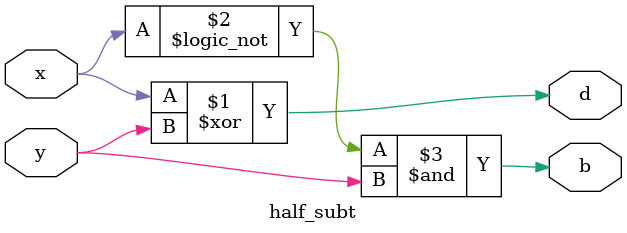
<source format=v>
`timescale 1ns / 1ps


module full_sub_insta(output D,BO, input A,B,C);
wire t,k,n;
half_subt h1(t,n,A,B);
half_subt h2(D,k,t,C);
or (BO,k,n);
endmodule

module half_subt(output d,b, input x,y);
    assign d=x^y;
    assign b=!x&y;
endmodule


// d=a^b^c; borrow=(!a&b)+(a^b)&c);
/*module full_sub(output d,borrow, input a,b,c);
wire x,y,z
xor a1(x,a,b); //wire =x
xor a2(d,x,c);
not a3(abar,a);
and a4(y,abar,b); //wire=y
and a5(z,x,c); //wire=z
or a6(borrow,y,z);
endmodule
*/
</source>
